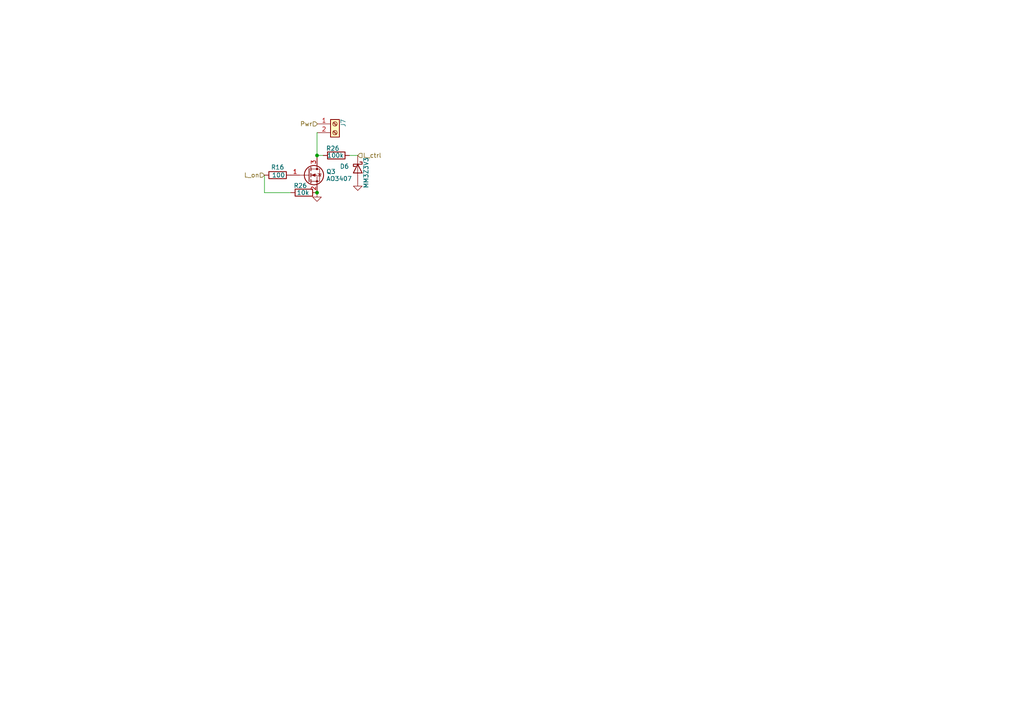
<source format=kicad_sch>
(kicad_sch (version 20230121) (generator eeschema)
  (paper "A4")
  (lib_symbols
    (symbol "Connector:Screw_Terminal_01x02" (pin_names (offset 1.016) hide)
      (property "Reference" "J" (at 0 2.54 0))
      (property "Value" "Screw_Terminal_01x02" (at 0 -5.08 0))
      (symbol "Screw_Terminal_01x02_1_1"
        (rectangle (start -1.27 1.27) (end 1.27 -3.81) (stroke (width 0.254)) (fill (type background)))
        (circle (center 0 -2.54) (radius 0.635) (stroke (width 0.1524)))
        (polyline (pts (xy -0.5334 -2.2098) (xy 0.3302 -3.048)) (stroke (width 0.1524)))
        (polyline (pts (xy -0.5334 0.3302) (xy 0.3302 -0.508)) (stroke (width 0.1524)))
        (polyline (pts (xy -0.3556 -2.032) (xy 0.508 -2.8702)) (stroke (width 0.1524)))
        (polyline (pts (xy -0.3556 0.508) (xy 0.508 -0.3302)) (stroke (width 0.1524)))
        (circle (center 0 0) (radius 0.635) (stroke (width 0.1524)))
        (pin passive line (at -5.08 0 0) (length 3.81) (name "Pin_1") (number "1"))
        (pin passive line (at -5.08 -2.54 0) (length 3.81) (name "Pin_2") (number "2"))
      )
    )
    (symbol "Device:D_Schottky" (pin_numbers hide) (pin_names (offset 1.016) hide)
      (property "Reference" "D" (at 0 2.54 0))
      (property "Value" "D_Schottky" (at 0 -2.54 0))
      (symbol "D_Schottky_0_1"
        (polyline (pts (xy 1.27 0) (xy -1.27 0)))
        (polyline (pts (xy 1.27 1.27) (xy 1.27 -1.27) (xy -1.27 0) (xy 1.27 1.27)) (stroke (width 0.254)))
        (polyline (pts (xy -1.905 0.635) (xy -1.905 1.27) (xy -1.27 1.27) (xy -1.27 -1.27) (xy -0.635 -1.27) (xy -0.635 -0.635)) (stroke (width 0.254)))
      )
      (symbol "D_Schottky_1_1"
        (pin passive line (at -3.81 0 0) (length 2.54) (name "K") (number "1"))
        (pin passive line (at 3.81 0 180) (length 2.54) (name "A") (number "2"))
      )
    )
    (symbol "Device:Q_NMOS_GSD" (pin_names (offset 0) hide)
      (property "Reference" "Q" (at 5.08 1.27 0))
      (property "Value" "Q_NMOS_GSD" (at 5.08 -1.27 0))
      (symbol "Q_NMOS_GSD_0_1"
        (polyline (pts (xy 0.254 0) (xy -2.54 0)))
        (polyline (pts (xy 0.254 1.905) (xy 0.254 -1.905)) (stroke (width 0.254)))
        (polyline (pts (xy 0.762 -1.27) (xy 0.762 -2.286)) (stroke (width 0.254)))
        (polyline (pts (xy 0.762 0.508) (xy 0.762 -0.508)) (stroke (width 0.254)))
        (polyline (pts (xy 0.762 2.286) (xy 0.762 1.27)) (stroke (width 0.254)))
        (polyline (pts (xy 2.54 2.54) (xy 2.54 1.778)))
        (polyline (pts (xy 2.54 -2.54) (xy 2.54 0) (xy 0.762 0)))
        (polyline (pts (xy 0.762 -1.778) (xy 3.302 -1.778) (xy 3.302 1.778) (xy 0.762 1.778)))
        (polyline (pts (xy 1.016 0) (xy 2.032 0.381) (xy 2.032 -0.381) (xy 1.016 0)) (fill (type outline)))
        (polyline (pts (xy 2.794 0.508) (xy 2.921 0.381) (xy 3.683 0.381) (xy 3.81 0.254)))
        (polyline (pts (xy 3.302 0.381) (xy 2.921 -0.254) (xy 3.683 -0.254) (xy 3.302 0.381)))
        (circle (center 1.651 0) (radius 2.794) (stroke (width 0.254)))
        (circle (center 2.54 -1.778) (radius 0.254) (fill (type outline)))
        (circle (center 2.54 1.778) (radius 0.254) (fill (type outline)))
      )
      (symbol "Q_NMOS_GSD_1_1"
        (pin input line (at -5.08 0 0) (length 2.54) (name "G") (number "1"))
        (pin passive line (at 2.54 -5.08 90) (length 2.54) (name "S") (number "2"))
        (pin passive line (at 2.54 5.08 270) (length 2.54) (name "D") (number "3"))
      )
    )
    (symbol "Device:R" (pin_numbers hide) (pin_names (offset 0))
      (property "Reference" "R" (at 2.032 0 90))
      (property "Value" "R" (at 0 0 90))
      (symbol "R_0_1"
        (rectangle (start -1.016 -2.54) (end 1.016 2.54) (stroke (width 0.254)))
      )
      (symbol "R_1_1"
        (pin passive line (at 0 3.81 270) (length 1.27) (name "~") (number "1"))
        (pin passive line (at 0 -3.81 90) (length 1.27) (name "~") (number "2"))
      )
    )
    (symbol "GND_3" (power) (pin_names (offset 0))
      (property "Value" "GND_3" (at 0 -3.81 0))
      (symbol "GND_3_0_1"
        (polyline (pts (xy 0 0) (xy 0 -1.27) (xy 1.27 -1.27) (xy 0 -2.54) (xy -1.27 -1.27) (xy 0 -1.27)))
      )
      (symbol "GND_3_1_1"
        (pin power_in line (at 0 0 270) (length 0) hide (name "GND") (number "1"))
      )
    )
  )
  (junction (at 91.948 45.085))
  (junction (at 91.948 55.88))
  (wire (pts (xy 76.708 55.88) (xy 76.708 50.8)))
  (wire (pts (xy 103.759 45.085) (xy 101.346 45.085)))
  (wire (pts (xy 91.948 45.085) (xy 91.948 45.72)))
  (wire (pts (xy 84.328 55.88) (xy 76.708 55.88)))
  (wire (pts (xy 93.726 45.085) (xy 91.948 45.085)))
  (wire (pts (xy 91.948 38.481) (xy 91.948 45.085)))
  (wire (pts (xy 92.075 38.481) (xy 91.948 38.481)))
  (hierarchical_label "L_on" (shape input) (at 76.708 50.8 180))
  (hierarchical_label "Pwr" (shape input) (at 92.075 35.941 180))
  (hierarchical_label "L_ctrl" (shape input) (at 103.759 45.085 0))
  (symbol (lib_id "Device:R") (at 80.518 50.8 90) (unit 1)
    (property "Reference" "R16" (at 80.518 48.514 90))
    (property "Value" "100" (at 80.772 50.8 90))
    (property "Footprint" "Resistor_SMD:R_0603_1608Metric_Pad0.98x0.95mm_HandSolder" (effects hide))
    (instances (project "lamps" (path "" (reference "R16") (unit 1)) (path "" (reference "R8") (unit 1)) (path "" (reference "R8") (unit 1)) (path "" (reference "R14") (unit 1)) (path "" (reference "R17") (unit 1)) (path "" (reference "R20") (unit 1))))
  )
  (symbol (lib_id "Device:D_Schottky") (at 103.759 48.895 270) (unit 1)
    (property "Reference" "D6" (at 98.552 48.26 90) (effects (justify left)))
    (property "Value" "MM3Z3V3" (at 106.172 45.593 0) (effects (justify left)))
    (property "Footprint" "Diode_SMD:D_0805_2012Metric_Pad1.15x1.40mm_HandSolder" (effects hide))
    (instances (project "lamps" (path "" (reference "D6") (unit 1)) (path "" (reference "D9") (unit 1)) (path "" (reference "D11") (unit 1)) (path "" (reference "D12") (unit 1)) (path "" (reference "D13") (unit 1))))
  )
  (symbol (lib_name "GND_3") (lib_id "power:GND") (at 91.948 55.88 0) (mirror y) (unit 1)
    (property "Reference" "#PWR032" (effects hide))
    (property "Value" "GND" (effects hide))
    (instances (project "lamps" (path "" (reference "#PWR032") (unit 1)) (path "" (reference "#PWR030") (unit 1)) (path "" (reference "#PWR016") (unit 1)) (path "" (reference "#PWR034") (unit 1)) (path "" (reference "#PWR036") (unit 1)) (path "" (reference "#PWR038") (unit 1))))
  )
  (symbol (lib_id "Device:R") (at 88.138 55.88 270) (unit 1)
    (property "Reference" "R26" (at 87.122 53.848 90))
    (property "Value" "10k" (at 87.884 55.88 90))
    (property "Footprint" "Resistor_SMD:R_0603_1608Metric_Pad0.98x0.95mm_HandSolder" (effects hide))
    (instances (project "lamps" (path "" (reference "R26") (unit 1)) (path "" (reference "R9") (unit 1)) (path "" (reference "R9") (unit 1)) (path "" (reference "R15") (unit 1)) (path "" (reference "R18") (unit 1)) (path "" (reference "R21") (unit 1))))
  )
  (symbol (lib_id "Device:Q_NMOS_GSD") (at 89.408 50.8 0) (unit 1)
    (property "Reference" "Q3" (at 94.615 49.776 0) (effects (justify left)))
    (property "Value" "AO3407" (at 94.615 51.824 0) (effects (justify left)))
    (property "Footprint" "Package_TO_SOT_SMD:SOT-23_Handsoldering" (effects hide))
    (instances (project "lamps" (path "" (reference "Q3") (unit 1)) (path "" (reference "Q1") (unit 1)) (path "" (reference "Q4") (unit 1)) (path "" (reference "Q4") (unit 1)) (path "" (reference "Q5") (unit 1)) (path "" (reference "Q6") (unit 1))))
  )
  (symbol (lib_id "Connector:Screw_Terminal_01x02") (at 97.155 35.941 0) (unit 1)
    (property "Reference" "J7" (at 99.568 35.687 90))
    (property "Value" "Lamp" (effects hide))
    (property "Footprint" "TerminalBlock_Phoenix:TerminalBlock_Phoenix_MKDS-1,5-2_1x02_P5.00mm_Horizontal" (effects hide))
    (instances (project "lamps" (path "" (reference "J7") (unit 1)) (path "" (reference "J6") (unit 1)) (path "" (reference "J3") (unit 1)) (path "" (reference "J8") (unit 1)) (path "" (reference "J9") (unit 1)) (path "" (reference "J10") (unit 1))) (project "stm32" (path "" (reference "J12") (unit 1))))
  )
  (symbol (lib_name "GND_3") (lib_id "power:GND") (at 103.759 52.705 0) (mirror y) (unit 1)
    (property "Reference" "#PWR032" (effects hide))
    (property "Value" "GND" (effects hide))
    (instances (project "lamps" (path "" (reference "#PWR032") (unit 1)) (path "" (reference "#PWR031") (unit 1)) (path "" (reference "#PWR016") (unit 1)) (path "" (reference "#PWR035") (unit 1)) (path "" (reference "#PWR037") (unit 1)) (path "" (reference "#PWR039") (unit 1))))
  )
  (symbol (lib_id "Device:R") (at 97.536 45.085 270) (unit 1)
    (property "Reference" "R26" (at 96.52 43.053 90))
    (property "Value" "100k" (at 97.282 45.085 90))
    (property "Footprint" "Resistor_SMD:R_0603_1608Metric_Pad0.98x0.95mm_HandSolder" (effects hide))
    (instances (project "lamps" (path "" (reference "R26") (unit 1)) (path "" (reference "R10") (unit 1)) (path "" (reference "R12") (unit 1)) (path "" (reference "R16") (unit 1)) (path "" (reference "R19") (unit 1)) (path "" (reference "R22") (unit 1))))
  )
)
</source>
